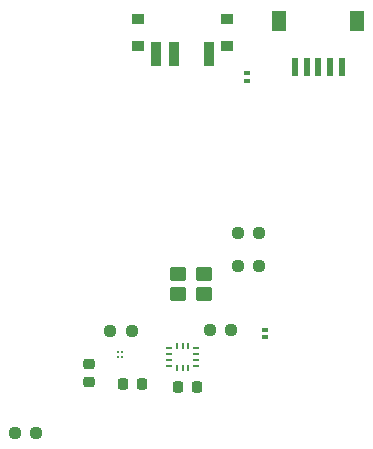
<source format=gtp>
G04 #@! TF.GenerationSoftware,KiCad,Pcbnew,9.0.2*
G04 #@! TF.CreationDate,2025-06-27T14:18:33-07:00*
G04 #@! TF.ProjectId,slime_tracker,736c696d-655f-4747-9261-636b65722e6b,rev?*
G04 #@! TF.SameCoordinates,Original*
G04 #@! TF.FileFunction,Paste,Top*
G04 #@! TF.FilePolarity,Positive*
%FSLAX46Y46*%
G04 Gerber Fmt 4.6, Leading zero omitted, Abs format (unit mm)*
G04 Created by KiCad (PCBNEW 9.0.2) date 2025-06-27 14:18:33*
%MOMM*%
%LPD*%
G01*
G04 APERTURE LIST*
G04 Aperture macros list*
%AMRoundRect*
0 Rectangle with rounded corners*
0 $1 Rounding radius*
0 $2 $3 $4 $5 $6 $7 $8 $9 X,Y pos of 4 corners*
0 Add a 4 corners polygon primitive as box body*
4,1,4,$2,$3,$4,$5,$6,$7,$8,$9,$2,$3,0*
0 Add four circle primitives for the rounded corners*
1,1,$1+$1,$2,$3*
1,1,$1+$1,$4,$5*
1,1,$1+$1,$6,$7*
1,1,$1+$1,$8,$9*
0 Add four rect primitives between the rounded corners*
20,1,$1+$1,$2,$3,$4,$5,0*
20,1,$1+$1,$4,$5,$6,$7,0*
20,1,$1+$1,$6,$7,$8,$9,0*
20,1,$1+$1,$8,$9,$2,$3,0*%
G04 Aperture macros list end*
%ADD10R,0.600000X0.400000*%
%ADD11C,0.250000*%
%ADD12RoundRect,0.237500X0.250000X0.237500X-0.250000X0.237500X-0.250000X-0.237500X0.250000X-0.237500X0*%
%ADD13RoundRect,0.225000X0.225000X0.250000X-0.225000X0.250000X-0.225000X-0.250000X0.225000X-0.250000X0*%
%ADD14RoundRect,0.237500X-0.250000X-0.237500X0.250000X-0.237500X0.250000X0.237500X-0.250000X0.237500X0*%
%ADD15R,0.600000X1.550000*%
%ADD16R,1.200000X1.800000*%
%ADD17R,0.475000X0.250000*%
%ADD18R,0.250000X0.475000*%
%ADD19RoundRect,0.225000X-0.250000X0.225000X-0.250000X-0.225000X0.250000X-0.225000X0.250000X0.225000X0*%
%ADD20R,0.900000X2.000000*%
%ADD21R,1.100000X0.930000*%
%ADD22RoundRect,0.250000X0.450000X0.350000X-0.450000X0.350000X-0.450000X-0.350000X0.450000X-0.350000X0*%
G04 APERTURE END LIST*
D10*
X147000000Y-97820000D03*
X147000000Y-97180000D03*
D11*
X134900000Y-99500000D03*
X134500000Y-99500000D03*
X134900000Y-99100000D03*
X134500000Y-99100000D03*
D10*
X145500000Y-76120000D03*
X145500000Y-75480000D03*
D12*
X144112500Y-97200000D03*
X142287500Y-97200000D03*
D13*
X141200000Y-102000000D03*
X139650000Y-102000000D03*
D14*
X144675000Y-89000000D03*
X146500000Y-89000000D03*
D15*
X153500000Y-74940000D03*
X152500000Y-74940000D03*
X151500000Y-74940000D03*
X150500000Y-74940000D03*
X149500000Y-74940000D03*
D16*
X154800000Y-71060000D03*
X148200000Y-71060000D03*
D17*
X138837500Y-98750000D03*
X138837500Y-99250000D03*
X138837500Y-99750000D03*
X138837500Y-100250000D03*
D18*
X139500000Y-100412500D03*
X140000000Y-100412500D03*
X140500000Y-100412500D03*
D17*
X141162500Y-100250000D03*
X141162500Y-99750000D03*
X141162500Y-99250000D03*
X141162500Y-98750000D03*
D18*
X140500000Y-98587500D03*
X140000000Y-98587500D03*
X139500000Y-98587500D03*
D19*
X132100000Y-100100000D03*
X132100000Y-101650000D03*
D14*
X144675000Y-91750000D03*
X146500000Y-91750000D03*
D20*
X142250000Y-73850000D03*
X139250000Y-73850000D03*
X137750000Y-73850000D03*
D21*
X136200000Y-73140000D03*
X136200000Y-70870000D03*
X143800000Y-70870000D03*
X143800000Y-73140000D03*
D14*
X133900000Y-97300000D03*
X135725000Y-97300000D03*
D13*
X136550000Y-101800000D03*
X135000000Y-101800000D03*
D22*
X141800000Y-92450000D03*
X139600000Y-92450000D03*
X139600000Y-94150000D03*
X141800000Y-94150000D03*
D12*
X127612500Y-105900000D03*
X125787500Y-105900000D03*
M02*

</source>
